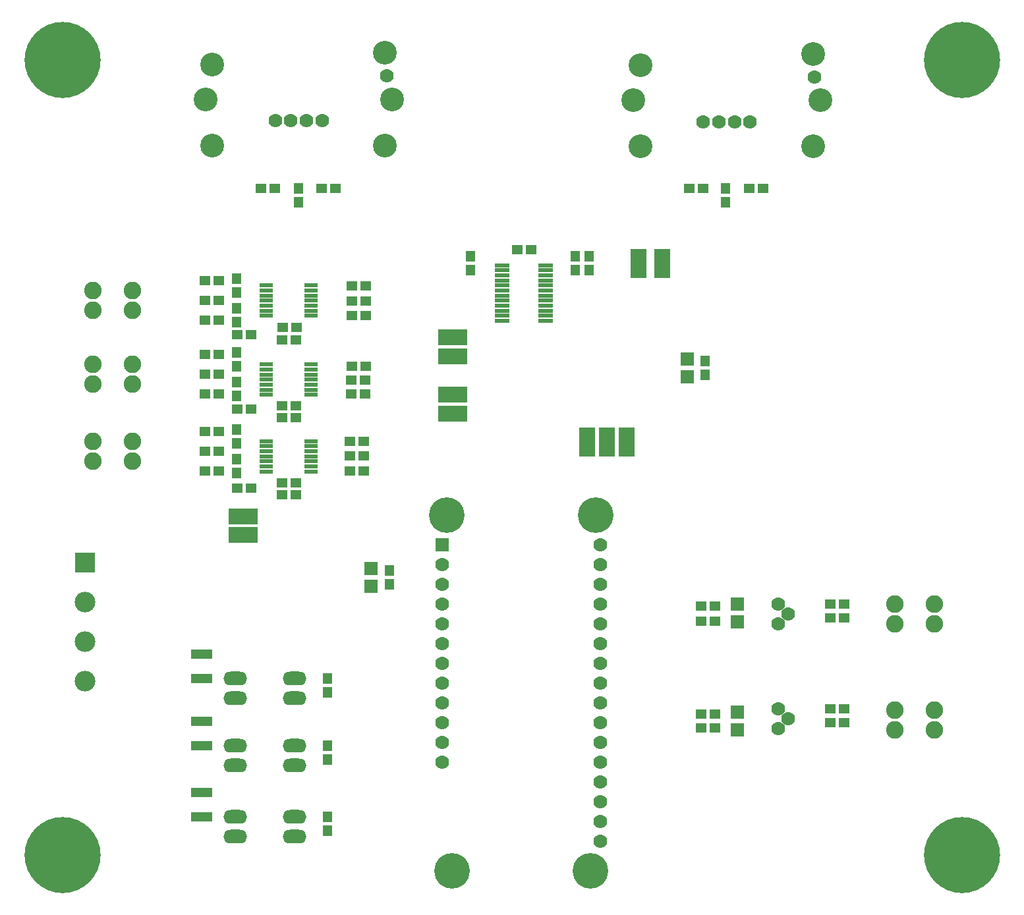
<source format=gbr>
G04 EasyPC Gerber Version 22.0 Build 4696 *
G04 #@! TF.Part,Single*
G04 #@! TF.FileFunction,Soldermask,Top *
G04 #@! TF.FilePolarity,Negative *
%FSLAX35Y35*%
%MOIN*%
G04 #@! TA.AperFunction,SMDPad*
%ADD77R,0.04937X0.05291*%
%ADD79R,0.06500X0.07000*%
%ADD90R,0.08000X0.14500*%
G04 #@! TA.AperFunction,ComponentPad*
%ADD83R,0.07000X0.07000*%
%ADD81R,0.10449X0.10449*%
%ADD72C,0.07000*%
%ADD78C,0.08874*%
%ADD82C,0.10449*%
%ADD73C,0.12024*%
%ADD84C,0.18000*%
%ADD80O,0.12000X0.07000*%
G04 #@! TA.AperFunction,SMDPad*
%ADD76R,0.07299X0.02181*%
%ADD74R,0.06512X0.02378*%
G04 #@! TA.AperFunction,WasherPad*
%ADD29C,0.38500*%
G04 #@! TA.AperFunction,SMDPad*
%ADD85R,0.10843X0.04543*%
%ADD75R,0.05291X0.04937*%
%ADD91R,0.14500X0.08000*%
X0Y0D02*
D02*
D29*
X22750Y22750D03*
Y425250D03*
X477750Y22750D03*
Y425250D03*
D02*
D72*
X130439Y394423D03*
X138313D03*
X146187D03*
X154061D03*
X186738Y417061D03*
X214750Y69750D03*
Y79750D03*
Y89750D03*
Y99750D03*
Y109750D03*
Y119750D03*
Y129750D03*
Y139750D03*
Y149750D03*
Y159750D03*
Y169750D03*
X294750Y29750D03*
Y39750D03*
Y49750D03*
Y59750D03*
Y69750D03*
Y79750D03*
Y89750D03*
Y99750D03*
Y109750D03*
Y119750D03*
Y129750D03*
Y139750D03*
Y149750D03*
Y159750D03*
Y169750D03*
Y179750D03*
X346939Y393923D03*
X354813D03*
X362687D03*
X370561D03*
X384750Y86750D03*
Y96750D03*
Y139750D03*
Y149750D03*
X389750Y91750D03*
Y144750D03*
X403238Y416561D03*
D02*
D73*
X95006Y405250D03*
X98549Y381825D03*
Y422967D03*
X185951Y381825D03*
Y428675D03*
X189494Y405250D03*
X311506Y404750D03*
X315049Y381325D03*
Y422467D03*
X402451Y381325D03*
Y428175D03*
X405994Y404750D03*
D02*
D74*
X125750Y216896D03*
Y219455D03*
Y222014D03*
Y224573D03*
Y227132D03*
Y229691D03*
Y232250D03*
Y255646D03*
Y258205D03*
Y260764D03*
Y263323D03*
Y265882D03*
Y268441D03*
Y271000D03*
Y295646D03*
Y298205D03*
Y300764D03*
Y303323D03*
Y305882D03*
Y308441D03*
Y311000D03*
X148388Y216896D03*
Y219455D03*
Y222014D03*
Y224573D03*
Y227132D03*
Y229691D03*
Y232250D03*
Y255646D03*
Y258205D03*
Y260764D03*
Y263323D03*
Y265882D03*
Y268441D03*
Y271000D03*
Y295646D03*
Y298205D03*
Y300764D03*
Y303323D03*
Y305882D03*
Y308441D03*
Y311000D03*
D02*
D75*
X94750Y217250D03*
Y227250D03*
Y237250D03*
Y256000D03*
Y266000D03*
Y276000D03*
Y293500D03*
Y303500D03*
Y313500D03*
X101750Y217250D03*
Y227250D03*
Y237250D03*
Y256000D03*
Y266000D03*
Y276000D03*
Y293500D03*
Y303500D03*
Y313500D03*
X111000Y208500D03*
Y248500D03*
Y286000D03*
X118000Y208500D03*
Y248500D03*
Y286000D03*
X123250Y360250D03*
X130250D03*
X133750Y205000D03*
Y211000D03*
Y244000D03*
Y250000D03*
Y283500D03*
X134000Y289750D03*
X140750Y205000D03*
Y211000D03*
Y244000D03*
Y250000D03*
Y283500D03*
X141000Y289750D03*
X153750Y360250D03*
X160750D03*
X168250Y217250D03*
Y224750D03*
Y232250D03*
X168750Y256250D03*
Y263250D03*
X169250Y270250D03*
Y295750D03*
Y303250D03*
Y310750D03*
X175250Y217250D03*
Y224750D03*
Y232250D03*
X175750Y256250D03*
Y263250D03*
X176250Y270250D03*
Y295750D03*
Y303250D03*
Y310750D03*
X252750Y329250D03*
X259750D03*
X339750Y360250D03*
X345750Y87250D03*
Y94250D03*
Y141250D03*
Y148750D03*
X346750Y360250D03*
X352750Y87250D03*
Y94250D03*
Y141250D03*
Y148750D03*
X370250Y360250D03*
X377250D03*
X411250Y89750D03*
Y96750D03*
Y142750D03*
Y149750D03*
X418250Y89750D03*
Y96750D03*
Y142750D03*
Y149750D03*
D02*
D76*
X245250Y293100D03*
Y295659D03*
Y298219D03*
Y300778D03*
Y303337D03*
Y305896D03*
Y308455D03*
Y311014D03*
Y313573D03*
Y316132D03*
Y318691D03*
Y321250D03*
X267297Y293100D03*
Y295659D03*
Y298219D03*
Y300778D03*
Y303337D03*
Y305896D03*
Y308455D03*
Y311014D03*
Y313573D03*
Y316132D03*
Y318691D03*
Y321250D03*
D02*
D77*
X110750Y216250D03*
Y223250D03*
Y231250D03*
Y238250D03*
Y255000D03*
Y262000D03*
Y270000D03*
Y277000D03*
Y292500D03*
Y299500D03*
Y307500D03*
Y314500D03*
X142250Y353250D03*
Y360250D03*
X156750Y35250D03*
Y42250D03*
Y71250D03*
Y78250D03*
Y105250D03*
Y112250D03*
X188250Y159750D03*
Y166750D03*
X229250Y318750D03*
Y325750D03*
X282250Y318750D03*
Y325750D03*
X289250Y318750D03*
Y325750D03*
X347750Y265750D03*
Y272750D03*
X358250Y353250D03*
Y360250D03*
D02*
D78*
X38250Y222250D03*
Y232250D03*
Y261000D03*
Y271000D03*
Y298500D03*
Y308500D03*
X58250Y222250D03*
Y232250D03*
Y261000D03*
Y271000D03*
Y298500D03*
Y308500D03*
X443750Y86250D03*
Y96250D03*
Y139750D03*
Y149750D03*
X463750Y86250D03*
Y96250D03*
Y139750D03*
Y149750D03*
D02*
D79*
X178750Y158750D03*
Y167750D03*
X338750Y264750D03*
Y273750D03*
X364250Y86250D03*
Y95250D03*
Y140750D03*
Y149750D03*
D02*
D80*
X110250Y32250D03*
Y42250D03*
Y68250D03*
Y78250D03*
Y102250D03*
Y112250D03*
X140250Y32250D03*
Y42250D03*
Y68250D03*
Y78250D03*
Y102250D03*
Y112250D03*
D02*
D81*
X34250Y170750D03*
D02*
D82*
Y110750D03*
Y130750D03*
Y150750D03*
D02*
D83*
X214750Y179750D03*
D02*
D84*
X217250Y194750D03*
X219750Y14750D03*
X289750D03*
X292500Y194750D03*
D02*
D85*
X93250Y42148D03*
Y54352D03*
Y78148D03*
Y90352D03*
Y112148D03*
Y124352D03*
D02*
D90*
X288250Y231750D03*
X298250D03*
X308250D03*
X314250Y322250D03*
X326250D03*
D02*
D91*
X114250Y184750D03*
Y194250D03*
X220250Y246250D03*
Y255750D03*
Y275250D03*
Y284750D03*
X0Y0D02*
M02*

</source>
